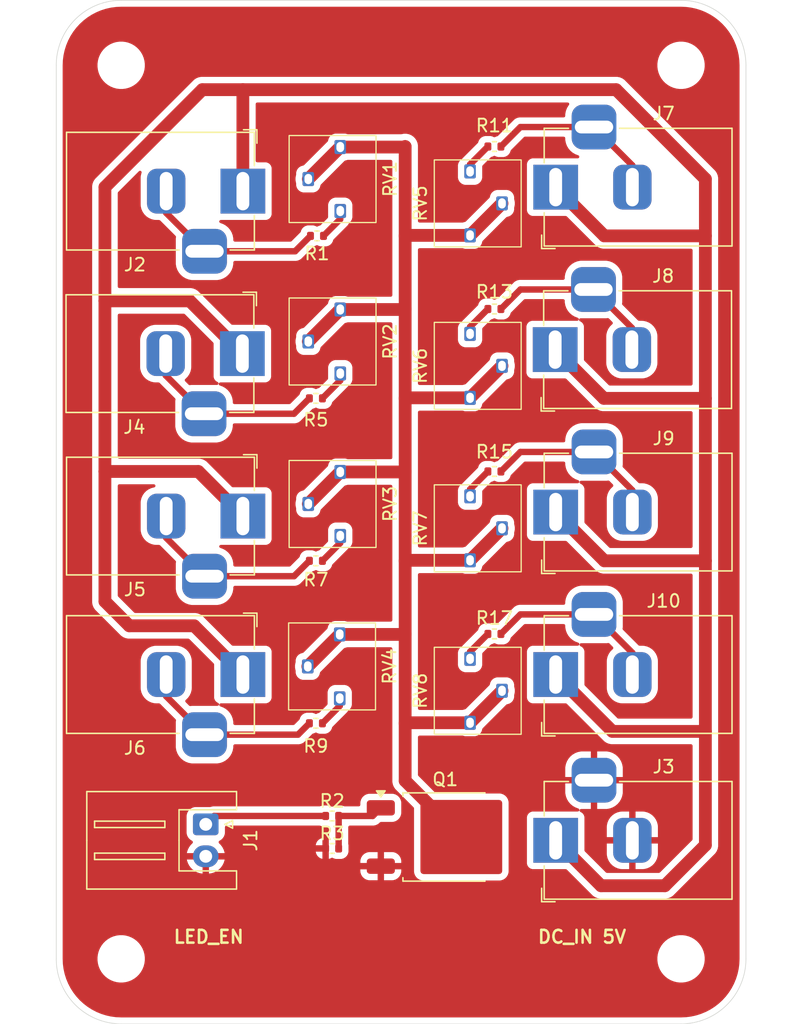
<source format=kicad_pcb>
(kicad_pcb (version 20241229) (generator "pcbnew") (generator_version "9.0")
  (layers (0 "F.Cu" signal) (2 "B.Cu" signal) (13 "F.Paste" user) (15 "B.Paste" user) (5 "F.SilkS" user "F.Silkscreen") (7 "B.SilkS" user "B.Silkscreen") (1 "F.Mask" user) (3 "B.Mask" user) (25 "Edge.Cuts" user))
  (net 0 "")
  (net 1 "GND")
  (net 2 "Net-(J1-Pin_1)")
  (net 3 "+5V")
  (net 4 "Net-(J2-Pad2)")
  (net 5 "Net-(J4-Pad2)")
  (net 6 "Net-(J5-Pad2)")
  (net 7 "Net-(J6-Pad2)")
  (net 8 "Net-(J7-Pad2)")
  (net 9 "Net-(J8-Pad2)")
  (net 10 "Net-(J9-Pad2)")
  (net 11 "Net-(J10-Pad2)")
  (net 12 "Net-(R1-Pad2)")
  (net 13 "Net-(R5-Pad2)")
  (net 14 "Net-(R7-Pad2)")
  (net 15 "Net-(R11-Pad2)")
  (net 16 "Net-(R13-Pad2)")
  (net 17 "Net-(R15-Pad2)")
  (net 18 "Net-(R17-Pad2)")
  (net 19 "Net-(R9-Pad2)")
  (net 20 "/Drain")
  (net 21 "Net-(Q1-G)")
  (footprint "MountingHole:MountingHole_3.2mm_M3" (layer "F.Cu") (at 150.495 127.635)
    (property "Reference" "REF**" (hide yes))
    (property "Value" "MountingHole_3.2mm_M3")
    (pad "" np_thru_hole circle (at 0 0) (size 3.2 3.2) (drill 3.2) (layers "*.Cu" "*.Mask"))
  )
  (footprint "Resistor_SMD:R_0402_1005Metric" (layer "F.Cu") (at 179.705 102.235 180)
    (property "Reference" "R17" (at 0 1.235 180) (layer "F.SilkS"))
    (property "Value" "30")
    (fp_line (start -0.153641 0.38) (end 0.153641 0.38) (stroke (width 0.12)) (layer "F.SilkS"))
    (fp_line (start -0.153641 -0.38) (end 0.153641 -0.38) (stroke (width 0.12)) (layer "F.SilkS"))
    (pad "1" smd roundrect (at -0.51 0 180) (size 0.54 0.64) (layers "F.Cu" "F.Mask" "F.Paste") (net 11 "Net-(J10-Pad2)"))
    (pad "2" smd roundrect (at 0.51 0 180) (size 0.54 0.64) (layers "F.Cu" "F.Mask" "F.Paste") (net 18 "Net-(R17-Pad2)"))
  )
  (footprint "GF063P:GF063P" (layer "F.Cu") (at 167.6 104.775 90)
    (property "Reference" "RV4" (at 0 3.9 90) (layer "F.SilkS"))
    (property "Value" "100" (hide yes))
    (fp_rect (start -3.4 -4) (end 3.4 2.8) (stroke (width 0.1)) (fill no) (layer "F.SilkS"))
    (pad "1" thru_hole roundrect (at -2.5 0 90) (size 1.1 0.9) (drill oval 0.8 0.6) (layers "*.Cu" "*.Mask") (roundrect_rratio 0.15) (net 19 "Net-(R9-Pad2)"))
    (pad "2" thru_hole roundrect (at 0 -2.5 90) (size 1.1 0.9) (drill oval 0.8 0.6) (layers "*.Cu" "*.Mask") (roundrect_rratio 0.15) (net 20 "/Drain"))
    (pad "3" thru_hole roundrect (at 2.5 0 90) (size 1.1 0.9) (drill oval 0.8 0.6) (layers "*.Cu" "*.Mask") (roundrect_rratio 0.15) (net 20 "/Drain"))
  )
  (footprint "Resistor_SMD:R_0402_1005Metric" (layer "F.Cu") (at 165.735 83.82)
    (property "Reference" "R5" (at 0 1.68 0) (layer "F.SilkS"))
    (property "Value" "30")
    (fp_line (start -0.153641 -0.38) (end 0.153641 -0.38) (stroke (width 0.12)) (layer "F.SilkS"))
    (fp_line (start -0.153641 0.38) (end 0.153641 0.38) (stroke (width 0.12)) (layer "F.SilkS"))
    (pad "1" smd roundrect (at -0.51 0) (size 0.54 0.64) (layers "F.Cu" "F.Mask" "F.Paste") (net 5 "Net-(J4-Pad2)"))
    (pad "2" smd roundrect (at 0.51 0) (size 0.54 0.64) (layers "F.Cu" "F.Mask" "F.Paste") (net 13 "Net-(R5-Pad2)"))
  )
  (footprint "GF063P:GF063P" (layer "F.Cu") (at 177.8 81.28 -90)
    (property "Reference" "RV6" (at 0 3.9 90) (layer "F.SilkS"))
    (property "Value" "100" (hide yes))
    (fp_rect (start -3.4 -4) (end 3.4 2.8) (stroke (width 0.1)) (fill no) (layer "F.SilkS"))
    (pad "1" thru_hole roundrect (at -2.5 0 270) (size 1.1 0.9) (drill oval 0.8 0.6) (layers "*.Cu" "*.Mask") (roundrect_rratio 0.15) (net 16 "Net-(R13-Pad2)"))
    (pad "2" thru_hole roundrect (at 0 -2.5 270) (size 1.1 0.9) (drill oval 0.8 0.6) (layers "*.Cu" "*.Mask") (roundrect_rratio 0.15) (net 20 "/Drain"))
    (pad "3" thru_hole roundrect (at 2.5 0 270) (size 1.1 0.9) (drill oval 0.8 0.6) (layers "*.Cu" "*.Mask") (roundrect_rratio 0.15) (net 20 "/Drain"))
  )
  (footprint "Resistor_SMD:R_0402_1005Metric" (layer "F.Cu") (at 179.705 64.135 180)
    (property "Reference" "R11" (at 0 1.635 180) (layer "F.SilkS"))
    (property "Value" "30")
    (fp_line (start -0.153641 0.38) (end 0.153641 0.38) (stroke (width 0.12)) (layer "F.SilkS"))
    (fp_line (start -0.153641 -0.38) (end 0.153641 -0.38) (stroke (width 0.12)) (layer "F.SilkS"))
    (pad "1" smd roundrect (at -0.51 0 180) (size 0.54 0.64) (layers "F.Cu" "F.Mask" "F.Paste") (net 8 "Net-(J7-Pad2)"))
    (pad "2" smd roundrect (at 0.51 0 180) (size 0.54 0.64) (layers "F.Cu" "F.Mask" "F.Paste") (net 15 "Net-(R11-Pad2)"))
  )
  (footprint "GF063P:GF063P" (layer "F.Cu") (at 167.64 66.675 90)
    (property "Reference" "RV1" (at 0 3.9 90) (layer "F.SilkS"))
    (property "Value" "100" (hide yes))
    (fp_rect (start -3.4 -4) (end 3.4 2.8) (stroke (width 0.1)) (fill no) (layer "F.SilkS"))
    (pad "1" thru_hole roundrect (at -2.5 0 90) (size 1.1 0.9) (drill oval 0.8 0.6) (layers "*.Cu" "*.Mask") (roundrect_rratio 0.15) (net 12 "Net-(R1-Pad2)"))
    (pad "2" thru_hole roundrect (at 0 -2.5 90) (size 1.1 0.9) (drill oval 0.8 0.6) (layers "*.Cu" "*.Mask") (roundrect_rratio 0.15) (net 20 "/Drain"))
    (pad "3" thru_hole roundrect (at 2.5 0 90) (size 1.1 0.9) (drill oval 0.8 0.6) (layers "*.Cu" "*.Mask") (roundrect_rratio 0.15) (net 20 "/Drain"))
  )
  (footprint "Resistor_SMD:R_0402_1005Metric" (layer "F.Cu") (at 165.735 96.52)
    (property "Reference" "R7" (at 0 1.48 0) (layer "F.SilkS"))
    (property "Value" "30")
    (fp_line (start -0.153641 -0.38) (end 0.153641 -0.38) (stroke (width 0.12)) (layer "F.SilkS"))
    (fp_line (start -0.153641 0.38) (end 0.153641 0.38) (stroke (width 0.12)) (layer "F.SilkS"))
    (pad "1" smd roundrect (at -0.51 0) (size 0.54 0.64) (layers "F.Cu" "F.Mask" "F.Paste") (net 6 "Net-(J5-Pad2)"))
    (pad "2" smd roundrect (at 0.51 0) (size 0.54 0.64) (layers "F.Cu" "F.Mask" "F.Paste") (net 14 "Net-(R7-Pad2)"))
  )
  (footprint "Resistor_SMD:R_0402_1005Metric" (layer "F.Cu") (at 165.82 71.12)
    (property "Reference" "R1" (at 0 1.38 0) (layer "F.SilkS"))
    (property "Value" "30")
    (fp_line (start -0.153641 -0.38) (end 0.153641 -0.38) (stroke (width 0.12)) (layer "F.SilkS"))
    (fp_line (start -0.153641 0.38) (end 0.153641 0.38) (stroke (width 0.12)) (layer "F.SilkS"))
    (pad "1" smd roundrect (at -0.51 0) (size 0.54 0.64) (layers "F.Cu" "F.Mask" "F.Paste") (net 4 "Net-(J2-Pad2)"))
    (pad "2" smd roundrect (at 0.51 0) (size 0.54 0.64) (layers "F.Cu" "F.Mask" "F.Paste") (net 12 "Net-(R1-Pad2)"))
  )
  (footprint "Connector_BarrelJack:BarrelJack_Horizontal" (layer "F.Cu") (at 160.02 67.6225)
    (property "Reference" "J2" (at -8.45 5.75 0) (layer "F.SilkS"))
    (property "Value" "Barrel_Jack_Switch")
    (fp_line (start -13.8 -4.6) (end 0.9 -4.6) (stroke (width 0.12)) (layer "F.SilkS"))
    (fp_line (start -13.8 4.6) (end -13.8 -4.6) (stroke (width 0.12)) (layer "F.SilkS"))
    (fp_line (start -5 4.6) (end -13.8 4.6) (stroke (width 0.12)) (layer "F.SilkS"))
    (fp_line (start 0.05 -4.8) (end 1.1 -4.8) (stroke (width 0.12)) (layer "F.SilkS"))
    (fp_line (start 0.9 -4.6) (end 0.9 -2) (stroke (width 0.12)) (layer "F.SilkS"))
    (fp_line (start 0.9 1.9) (end 0.9 4.6) (stroke (width 0.12)) (layer "F.SilkS"))
    (fp_line (start 0.9 4.6) (end -1 4.6) (stroke (width 0.12)) (layer "F.SilkS"))
    (fp_line (start 1.1 -3.75) (end 1.1 -4.8) (stroke (width 0.12)) (layer "F.SilkS"))
    (pad "1" thru_hole rect (at 0 0) (size 3.5 3.5) (drill oval 1 3) (layers "*.Cu" "*.Mask") (net 3 "+5V"))
    (pad "2" thru_hole roundrect (at -6 0) (size 3 3.5) (drill oval 1 3) (layers "*.Cu" "*.Mask") (net 4 "Net-(J2-Pad2)"))
    (pad "3" thru_hole roundrect (at -3 4.7) (size 3.5 3.5) (drill oval 3 1) (layers "*.Cu" "*.Mask") (net 4 "Net-(J2-Pad2)"))
  )
  (footprint "Resistor_SMD:R_0402_1005Metric" (layer "F.Cu") (at 167.005 116.465)
    (property "Reference" "R2" (at 0 -1.17 0) (layer "F.SilkS"))
    (property "Value" "100")
    (fp_line (start -0.153641 -0.38) (end 0.153641 -0.38) (stroke (width 0.12)) (layer "F.SilkS"))
    (fp_line (start -0.153641 0.38) (end 0.153641 0.38) (stroke (width 0.12)) (layer "F.SilkS"))
    (pad "1" smd roundrect (at -0.51 0) (size 0.54 0.64) (layers "F.Cu" "F.Mask" "F.Paste") (net 2 "Net-(J1-Pin_1)"))
    (pad "2" smd roundrect (at 0.51 0) (size 0.54 0.64) (layers "F.Cu" "F.Mask" "F.Paste") (net 21 "Net-(Q1-G)"))
  )
  (footprint "Package_TO_SOT_SMD:TO-252-2" (layer "F.Cu") (at 175.855 118.11)
    (property "Reference" "Q1" (at 0 -4.5 0) (layer "F.SilkS"))
    (property "Value" "Q_NMOS")
    (fp_line (start -3.31 -3.45) (end -3.31 -3.18) (stroke (width 0.12)) (layer "F.SilkS"))
    (fp_line (start -3.31 3.45) (end -3.31 3.18) (stroke (width 0.12)) (layer "F.SilkS"))
    (fp_line (start 3.11 -3.45) (end -3.31 -3.45) (stroke (width 0.12)) (layer "F.SilkS"))
    (fp_line (start 3.11 3.45) (end -3.31 3.45) (stroke (width 0.12)) (layer "F.SilkS"))
    (fp_poly (pts (xy -5.04 -3.14) (xy -5.38 -3.61) (xy -4.7 -3.61)) (stroke (width 0.12)) (fill yes) (layer "F.SilkS"))
    (pad "1" smd roundrect (at -5.04 -2.28) (size 2.2 1.2) (layers "F.Cu" "F.Mask" "F.Paste") (roundrect_rratio 0.208333) (net 21 "Net-(Q1-G)"))
    (pad "2" smd roundrect (at 1.26 0) (size 6.4 5.8) (layers "F.Cu" "F.Mask") (roundrect_rratio 0.043103) (net 20 "/Drain"))
    (pad "3" smd roundrect (at -5.04 2.28) (size 2.2 1.2) (layers "F.Cu" "F.Mask" "F.Paste") (roundrect_rratio 0.208333) (net 1 "GND"))
  )
  (footprint "Connector_BarrelJack:BarrelJack_Horizontal" (layer "F.Cu") (at 184.5 67.31 180)
    (property "Reference" "J7" (at -8.45 5.75 180) (layer "F.SilkS"))
    (property "Value" "Barrel_Jack_Switch")
    (fp_line (start 1.1 -3.75) (end 1.1 -4.8) (stroke (width 0.12)) (layer "F.SilkS"))
    (fp_line (start 0.9 4.6) (end -1 4.6) (stroke (width 0.12)) (layer "F.SilkS"))
    (fp_line (start 0.9 1.9) (end 0.9 4.6) (stroke (width 0.12)) (layer "F.SilkS"))
    (fp_line (start 0.9 -4.6) (end 0.9 -2) (stroke (width 0.12)) (layer "F.SilkS"))
    (fp_line (start 0.05 -4.8) (end 1.1 -4.8) (stroke (width 0.12)) (layer "F.SilkS"))
    (fp_line (start -5 4.6) (end -13.8 4.6) (stroke (width 0.12)) (layer "F.SilkS"))
    (fp_line (start -13.8 4.6) (end -13.8 -4.6) (stroke (width 0.12)) (layer "F.SilkS"))
    (fp_line (start -13.8 -4.6) (end 0.9 -4.6) (stroke (width 0.12)) (layer "F.SilkS"))
    (pad "1" thru_hole rect (at 0 0 180) (size 3.5 3.5) (drill oval 1 3) (layers "*.Cu" "*.Mask") (net 3 "+5V"))
    (pad "2" thru_hole roundrect (at -6 0 180) (size 3 3.5) (drill oval 1 3) (layers "*.Cu" "*.Mask") (net 8 "Net-(J7-Pad2)"))
    (pad "3" thru_hole roundrect (at -3 4.7 180) (size 3.5 3.5) (drill oval 3 1) (layers "*.Cu" "*.Mask") (net 8 "Net-(J7-Pad2)"))
  )
  (footprint "Resistor_SMD:R_0402_1005Metric" (layer "F.Cu") (at 179.705 89.535 180)
    (property "Reference" "R15" (at 0 1.535 180) (layer "F.SilkS"))
    (property "Value" "30")
    (fp_line (start -0.153641 0.38) (end 0.153641 0.38) (stroke (width 0.12)) (layer "F.SilkS"))
    (fp_line (start -0.153641 -0.38) (end 0.153641 -0.38) (stroke (width 0.12)) (layer "F.SilkS"))
    (pad "1" smd roundrect (at -0.51 0 180) (size 0.54 0.64) (layers "F.Cu" "F.Mask" "F.Paste") (net 10 "Net-(J9-Pad2)"))
    (pad "2" smd roundrect (at 0.51 0 180) (size 0.54 0.64) (layers "F.Cu" "F.Mask" "F.Paste") (net 17 "Net-(R15-Pad2)"))
  )
  (footprint "GF063P:GF063P" (layer "F.Cu") (at 177.8 93.98 -90)
    (property "Reference" "RV7" (at 0 3.9 90) (layer "F.SilkS"))
    (property "Value" "100" (hide yes))
    (fp_rect (start -3.4 -4) (end 3.4 2.8) (stroke (width 0.1)) (fill no) (layer "F.SilkS"))
    (pad "1" thru_hole roundrect (at -2.5 0 270) (size 1.1 0.9) (drill oval 0.8 0.6) (layers "*.Cu" "*.Mask") (roundrect_rratio 0.15) (net 17 "Net-(R15-Pad2)"))
    (pad "2" thru_hole roundrect (at 0 -2.5 270) (size 1.1 0.9) (drill oval 0.8 0.6) (layers "*.Cu" "*.Mask") (roundrect_rratio 0.15) (net 20 "/Drain"))
    (pad "3" thru_hole roundrect (at 2.5 0 270) (size 1.1 0.9) (drill oval 0.8 0.6) (layers "*.Cu" "*.Mask") (roundrect_rratio 0.15) (net 20 "/Drain"))
  )
  (footprint "Connector_BarrelJack:BarrelJack_Horizontal" (layer "F.Cu") (at 184.46 80.01 180)
    (property "Reference" "J8" (at -8.45 5.75 180) (layer "F.SilkS"))
    (property "Value" "Barrel_Jack_Switch")
    (fp_line (start 1.1 -3.75) (end 1.1 -4.8) (stroke (width 0.12)) (layer "F.SilkS"))
    (fp_line (start 0.9 4.6) (end -1 4.6) (stroke (width 0.12)) (layer "F.SilkS"))
    (fp_line (start 0.9 1.9) (end 0.9 4.6) (stroke (width 0.12)) (layer "F.SilkS"))
    (fp_line (start 0.9 -4.6) (end 0.9 -2) (stroke (width 0.12)) (layer "F.SilkS"))
    (fp_line (start 0.05 -4.8) (end 1.1 -4.8) (stroke (width 0.12)) (layer "F.SilkS"))
    (fp_line (start -5 4.6) (end -13.8 4.6) (stroke (width 0.12)) (layer "F.SilkS"))
    (fp_line (start -13.8 4.6) (end -13.8 -4.6) (stroke (width 0.12)) (layer "F.SilkS"))
    (fp_line (start -13.8 -4.6) (end 0.9 -4.6) (stroke (width 0.12)) (layer "F.SilkS"))
    (pad "1" thru_hole rect (at 0 0 180) (size 3.5 3.5) (drill oval 1 3) (layers "*.Cu" "*.Mask") (net 3 "+5V"))
    (pad "2" thru_hole roundrect (at -6 0 180) (size 3 3.5) (drill oval 1 3) (layers "*.Cu" "*.Mask") (net 9 "Net-(J8-Pad2)"))
    (pad "3" thru_hole roundrect (at -3 4.7 180) (size 3.5 3.5) (drill oval 3 1) (layers "*.Cu" "*.Mask") (net 9 "Net-(J8-Pad2)"))
  )
  (footprint "GF063P:GF063P" (layer "F.Cu") (at 167.64 79.375 90)
    (property "Reference" "RV2" (at 0 3.9 90) (layer "F.SilkS"))
    (property "Value" "100" (hide yes))
    (fp_rect (start -3.4 -4) (end 3.4 2.8) (stroke (width 0.1)) (fill no) (layer "F.SilkS"))
    (pad "1" thru_hole roundrect (at -2.5 0 90) (size 1.1 0.9) (drill oval 0.8 0.6) (layers "*.Cu" "*.Mask") (roundrect_rratio 0.15) (net 13 "Net-(R5-Pad2)"))
    (pad "2" thru_hole roundrect (at 0 -2.5 90) (size 1.1 0.9) (drill oval 0.8 0.6) (layers "*.Cu" "*.Mask") (roundrect_rratio 0.15) (net 20 "/Drain"))
    (pad "3" thru_hole roundrect (at 2.5 0 90) (size 1.1 0.9) (drill oval 0.8 0.6) (layers "*.Cu" "*.Mask") (roundrect_rratio 0.15) (net 20 "/Drain"))
  )
  (footprint "Connector_BarrelJack:BarrelJack_Horizontal" (layer "F.Cu") (at 160.02 105.41)
    (property "Reference" "J6" (at -8.45 5.75 0) (layer "F.SilkS"))
    (property "Value" "Barrel_Jack_Switch")
    (fp_line (start -13.8 -4.6) (end 0.9 -4.6) (stroke (width 0.12)) (layer "F.SilkS"))
    (fp_line (start -13.8 4.6) (end -13.8 -4.6) (stroke (width 0.12)) (layer "F.SilkS"))
    (fp_line (start -5 4.6) (end -13.8 4.6) (stroke (width 0.12)) (layer "F.SilkS"))
    (fp_line (start 0.05 -4.8) (end 1.1 -4.8) (stroke (width 0.12)) (layer "F.SilkS"))
    (fp_line (start 0.9 -4.6) (end 0.9 -2) (stroke (width 0.12)) (layer "F.SilkS"))
    (fp_line (start 0.9 1.9) (end 0.9 4.6) (stroke (width 0.12)) (layer "F.SilkS"))
    (fp_line (start 0.9 4.6) (end -1 4.6) (stroke (width 0.12)) (layer "F.SilkS"))
    (fp_line (start 1.1 -3.75) (end 1.1 -4.8) (stroke (width 0.12)) (layer "F.SilkS"))
    (pad "1" thru_hole rect (at 0 0) (size 3.5 3.5) (drill oval 1 3) (layers "*.Cu" "*.Mask") (net 3 "+5V"))
    (pad "2" thru_hole roundrect (at -6 0) (size 3 3.5) (drill oval 1 3) (layers "*.Cu" "*.Mask") (net 7 "Net-(J6-Pad2)"))
    (pad "3" thru_hole roundrect (at -3 4.7) (size 3.5 3.5) (drill oval 3 1) (layers "*.Cu" "*.Mask") (net 7 "Net-(J6-Pad2)"))
  )
  (footprint "GF063P:GF063P" (layer "F.Cu") (at 177.8 68.58 -90)
    (property "Reference" "RV5" (at 0 3.9 90) (layer "F.SilkS"))
    (property "Value" "100" (hide yes))
    (fp_rect (start -3.4 -4) (end 3.4 2.8) (stroke (width 0.1)) (fill no) (layer "F.SilkS"))
    (pad "1" thru_hole roundrect (at -2.5 0 270) (size 1.1 0.9) (drill oval 0.8 0.6) (layers "*.Cu" "*.Mask") (roundrect_rratio 0.15) (net 15 "Net-(R11-Pad2)"))
    (pad "2" thru_hole roundrect (at 0 -2.5 270) (size 1.1 0.9) (drill oval 0.8 0.6) (layers "*.Cu" "*.Mask") (roundrect_rratio 0.15) (net 20 "/Drain"))
    (pad "3" thru_hole roundrect (at 2.5 0 270) (size 1.1 0.9) (drill oval 0.8 0.6) (layers "*.Cu" "*.Mask") (roundrect_rratio 0.15) (net 20 "/Drain"))
  )
  (footprint "Connector_BarrelJack:BarrelJack_Horizontal" (layer "F.Cu") (at 184.5 105.41 180)
    (property "Reference" "J10" (at -8.45 5.75 180) (layer "F.SilkS"))
    (property "Value" "Barrel_Jack_Switch")
    (fp_line (start 1.1 -3.75) (end 1.1 -4.8) (stroke (width 0.12)) (layer "F.SilkS"))
    (fp_line (start 0.9 4.6) (end -1 4.6) (stroke (width 0.12)) (layer "F.SilkS"))
    (fp_line (start 0.9 1.9) (end 0.9 4.6) (stroke (width 0.12)) (layer "F.SilkS"))
    (fp_line (start 0.9 -4.6) (end 0.9 -2) (stroke (width 0.12)) (layer "F.SilkS"))
    (fp_line (start 0.05 -4.8) (end 1.1 -4.8) (stroke (width 0.12)) (layer "F.SilkS"))
    (fp_line (start -5 4.6) (end -13.8 4.6) (stroke (width 0.12)) (layer "F.SilkS"))
    (fp_line (start -13.8 4.6) (end -13.8 -4.6) (stroke (width 0.12)) (layer "F.SilkS"))
    (fp_line (start -13.8 -4.6) (end 0.9 -4.6) (stroke (width 0.12)) (layer "F.SilkS"))
    (pad "1" thru_hole rect (at 0 0 180) (size 3.5 3.5) (drill oval 1 3) (layers "*.Cu" "*.Mask") (net 3 "+5V"))
    (pad "2" thru_hole roundrect (at -6 0 180) (size 3 3.5) (drill oval 1 3) (layers "*.Cu" "*.Mask") (net 11 "Net-(J10-Pad2)"))
    (pad "3" thru_hole roundrect (at -3 4.7 180) (size 3.5 3.5) (drill oval 3 1) (layers "*.Cu" "*.Mask") (net 11 "Net-(J10-Pad2)"))
  )
  (footprint "Connector_BarrelJack:BarrelJack_Horizontal" (layer "F.Cu") (at 184.5 92.71 180)
    (property "Reference" "J9" (at -8.45 5.75 180) (layer "F.SilkS"))
    (property "Value" "Barrel_Jack_Switch")
    (fp_line (start 1.1 -3.75) (end 1.1 -4.8) (stroke (width 0.12)) (layer "F.SilkS"))
    (fp_line (start 0.9 4.6) (end -1 4.6) (stroke (width 0.12)) (layer "F.SilkS"))
    (fp_line (start 0.9 1.9) (end 0.9 4.6) (stroke (width 0.12)) (layer "F.SilkS"))
    (fp_line (start 0.9 -4.6) (end 0.9 -2) (stroke (width 0.12)) (layer "F.SilkS"))
    (fp_line (start 0.05 -4.8) (end 1.1 -4.8) (stroke (width 0.12)) (layer "F.SilkS"))
    (fp_line (start -5 4.6) (end -13.8 4.6) (stroke (width 0.12)) (layer "F.SilkS"))
    (fp_line (start -13.8 4.6) (end -13.8 -4.6) (stroke (width 0.12)) (layer "F.SilkS"))
    (fp_line (start -13.8 -4.6) (end 0.9 -4.6) (stroke (width 0.12)) (layer "F.SilkS"))
    (pad "1" thru_hole rect (at 0 0 180) (size 3.5 3.5) (drill oval 1 3) (layers "*.Cu" "*.Mask") (net 3 "+5V"))
    (pad "2" thru_hole roundrect (at -6 0 180) (size 3 3.5) (drill oval 1 3) (layers "*.Cu" "*.Mask") (net 10 "Net-(J9-Pad2)"))
    (pad "3" thru_hole roundrect (at -3 4.7 180) (size 3.5 3.5) (drill oval 3 1) (layers "*.Cu" "*.Mask") (net 10 "Net-(J9-Pad2)"))
  )
  (footprint "MountingHole:MountingHole_3.2mm_M3" (layer "F.Cu") (at 194.31 127.635)
    (property "Reference" "REF**" (hide yes))
    (property "Value" "MountingHole_3.2mm_M3")
    (pad "" np_thru_hole circle (at 0 0) (size 3.2 3.2) (drill 3.2) (layers "*.Cu" "*.Mask"))
  )
  (footprint "Connector_BarrelJack:BarrelJack_Horizontal" (layer "F.Cu") (at 184.5 118.37 180)
    (property "Reference" "J3" (at -8.45 5.75 180) (layer "F.SilkS"))
    (property "Value" "Barrel_Jack_Switch")
    (fp_line (start 1.1 -3.75) (end 1.1 -4.8) (stroke (width 0.12)) (layer "F.SilkS"))
    (fp_line (start 0.9 4.6) (end -1 4.6) (stroke (width 0.12)) (layer "F.SilkS"))
    (fp_line (start 0.9 1.9) (end 0.9 4.6) (stroke (width 0.12)) (layer "F.SilkS"))
    (fp_line (start 0.9 -4.6) (end 0.9 -2) (stroke (width 0.12)) (layer "F.SilkS"))
    (fp_line (start 0.05 -4.8) (end 1.1 -4.8) (stroke (width 0.12)) (layer "F.SilkS"))
    (fp_line (start -5 4.6) (end -13.8 4.6) (stroke (width 0.12)) (layer "F.SilkS"))
    (fp_line (start -13.8 4.6) (end -13.8 -4.6) (stroke (width 0.12)) (layer "F.SilkS"))
    (fp_line (start -13.8 -4.6) (end 0.9 -4.6) (stroke (width 0.12)) (layer "F.SilkS"))
    (pad "1" thru_hole rect (at 0 0 180) (size 3.5 3.5) (drill oval 1 3) (layers "*.Cu" "*.Mask") (net 3 "+5V"))
    (pad "2" thru_hole roundrect (at -6 0 180) (size 3 3.5) (drill oval 1 3) (layers "*.Cu" "*.Mask") (net 1 "GND"))
    (pad "3" thru_hole roundrect (at -3 4.7 180) (size 3.5 3.5) (drill oval 3 1) (layers "*.Cu" "*.Mask") (net 1 "GND"))
  )
  (footprint "Connector_BarrelJack:BarrelJack_Horizontal" (layer "F.Cu") (at 160.02 93.0225)
    (property "Reference" "J5" (at -8.45 5.75 0) (layer "F.SilkS"))
    (property "Value" "Barrel_Jack_Switch")
    (fp_line (start -13.8 -4.6) (end 0.9 -4.6) (stroke (width 0.12)) (layer "F.SilkS"))
    (fp_line (start -13.8 4.6) (end -13.8 -4.6) (stroke (width 0.12)) (layer "F.SilkS"))
    (fp_line (start -5 4.6) (end -13.8 4.6) (stroke (width 0.12)) (layer "F.SilkS"))
    (fp_line (start 0.05 -4.8) (end 1.1 -4.8) (stroke (width 0.12)) (layer "F.SilkS"))
    (fp_line (start 0.9 -4.6) (end 0.9 -2) (stroke (width 0.12)) (layer "F.SilkS"))
    (fp_line (start 0.9 1.9) (end 0.9 4.6) (stroke (width 0.12)) (layer "F.SilkS"))
    (fp_line (start 0.9 4.6) (end -1 4.6) (stroke (width 0.12)) (layer "F.SilkS"))
    (fp_line (start 1.1 -3.75) (end 1.1 -4.8) (stroke (width 0.12)) (layer "F.SilkS"))
    (pad "1" thru_hole rect (at 0 0) (size 3.5 3.5) (drill oval 1 3) (layers "*.Cu" "*.Mask") (net 3 "+5V"))
    (pad "2" thru_hole roundrect (at -6 0) (size 3 3.5) (drill oval 1 3) (layers "*.Cu" "*.Mask") (net 6 "Net-(J5-Pad2)"))
    (pad "3" thru_hole roundrect (at -3 4.7) (size 3.5 3.5) (drill oval 3 1) (layers "*.Cu" "*.Mask") (net 6 "Net-(J5-Pad2)"))
  )
  (footprint "Connector_BarrelJack:BarrelJack_Horizontal" (layer "F.Cu") (at 159.98 80.3225)
    (property "Reference" "J4" (at -8.45 5.75 0) (layer "F.SilkS"))
    (property "Value" "Barrel_Jack_Switch")
    (fp_line (start -13.8 -4.6) (end 0.9 -4.6) (stroke (width 0.12)) (layer "F.SilkS"))
    (fp_line (start -13.8 4.6) (end -13.8 -4.6) (stroke (width 0.12)) (layer "F.SilkS"))
    (fp_line (start -5 4.6) (end -13.8 4.6) (stroke (width 0.12)) (layer "F.SilkS"))
    (fp_line (start 0.05 -4.8) (end 1.1 -4.8) (stroke (width 0.12)) (layer "F.SilkS"))
    (fp_line (start 0.9 -4.6) (end 0.9 -2) (stroke (width 0.12)) (layer "F.SilkS"))
    (fp_line (start 0.9 1.9) (end 0.9 4.6) (stroke (width 0.12)) (layer "F.SilkS"))
    (fp_line (start 0.9 4.6) (end -1 4.6) (stroke (width 0.12)) (layer "F.SilkS"))
    (fp_line (start 1.1 -3.75) (end 1.1 -4.8) (stroke (width 0.12)) (layer "F.SilkS"))
    (pad "1" thru_hole rect (at 0 0) (size 3.5 3.5) (drill oval 1 3) (layers "*.Cu" "*.Mask") (net 3 "+5V"))
    (pad "2" thru_hole roundrect (at -6 0) (size 3 3.5) (drill oval 1 3) (layers "*.Cu" "*.Mask") (net 5 "Net-(J4-Pad2)"))
    (pad "3" thru_hole roundrect (at -3 4.7) (size 3.5 3.5) (drill oval 3 1) (layers "*.Cu" "*.Mask") (net 5 "Net-(J4-Pad2)"))
  )
  (footprint "Connector_JST:JST_XH_S2B-XH-A_1x02_P2.50mm_Horizontal" (layer "F.Cu") (at 157.115 117.12 -90)
    (property "Reference" "J1" (at 1.25 -3.51 270) (layer "F.SilkS"))
    (property "Value" "Conn_01x02")
    (fp_line (start -2.56 9.31) (end -2.56 -2.41) (stroke (width 0.12)) (layer "F.SilkS"))
    (fp_line (start 1.25 9.31) (end -2.56 9.31) (stroke (width 0.12)) (layer "F.SilkS"))
    (fp_line (start 1.25 9.31) (end 5.06 9.31) (stroke (width 0.12)) (layer "F.SilkS"))
    (fp_line (start 5.06 9.31) (end 5.06 -2.41) (stroke (width 0.12)) (layer "F.SilkS"))
    (fp_line (start -0.25 8.7) (end 0.25 8.7) (stroke (width 0.12)) (layer "F.SilkS"))
    (fp_line (start 0.25 8.7) (end 0.25 3.2) (stroke (width 0.12)) (layer "F.SilkS"))
    (fp_line (start 2.25 8.7) (end 2.75 8.7) (stroke (width 0.12)) (layer "F.SilkS"))
    (fp_line (start 2.75 8.7) (end 2.75 3.2) (stroke (width 0.12)) (layer "F.SilkS"))
    (fp_line (start -0.25 3.2) (end -0.25 8.7) (stroke (width 0.12)) (layer "F.SilkS"))
    (fp_line (start 0.25 3.2) (end -0.25 3.2) (stroke (width 0.12)) (layer "F.SilkS"))
    (fp_line (start 2.25 3.2) (end 2.25 8.7) (stroke (width 0.12)) (layer "F.SilkS"))
    (fp_line (start 2.75 3.2) (end 2.25 3.2) (stroke (width 0.12)) (layer "F.SilkS"))
    (fp_line (start -1.14 2.09) (end 1.25 2.09) (stroke (width 0.12)) (layer "F.SilkS"))
    (fp_line (start 3.64 2.09) (end 1.25 2.09) (stroke (width 0.12)) (layer "F.SilkS"))
    (fp_line (start 0 -1.5) (end -0.3 -2.1) (stroke (width 0.12)) (layer "F.SilkS"))
    (fp_line (start -0.3 -2.1) (end 0.3 -2.1) (stroke (width 0.12)) (layer "F.SilkS"))
    (fp_line (start 0.3 -2.1) (end 0 -1.5) (stroke (width 0.12)) (layer "F.SilkS"))
    (fp_line (start -2.56 -2.41) (end -1.14 -2.41) (stroke (width 0.12)) (layer "F.SilkS"))
    (fp_line (start -1.14 -2.41) (end -1.14 2.09) (stroke (width 0.12)) (layer "F.SilkS"))
    (fp_line (start 3.64 -2.41) (end 3.64 2.09) (stroke (width 0.12)) (layer "F.SilkS"))
    (fp_line (start 5.06 -2.41) (end 3.64 -2.41) (stroke (width 0.12)) (layer "F.SilkS"))
    (pad "1" thru_hole roundrect (at 0 0 270) (size 1.7 2) (drill 1) (layers "*.Cu" "*.Mask") (roundrect_rratio 0.147059) (net 2 "Net-(J1-Pin_1)"))
    (pad "2" thru_hole oval (at 2.5 0 270) (size 1.7 2) (drill 1) (layers "*.Cu" "*.Mask") (net 1 "GND"))
  )
  (footprint "MountingHole:MountingHole_3.2mm_M3" (layer "F.Cu") (at 194.31 57.785)
    (property "Reference" "REF**" (hide yes))
    (property "Value" "MountingHole_3.2mm_M3")
    (pad "" np_thru_hole circle (at 0 0) (size 3.2 3.2) (drill 3.2) (layers "*.Cu" "*.Mask"))
  )
  (footprint "GF063P:GF063P" (layer "F.Cu") (at 177.8 106.68 -90)
    (property "Reference" "RV8" (at 0 3.9 90) (layer "F.SilkS"))
    (property "Value" "100" (hide yes))
    (fp_rect (start -3.4 -4) (end 3.4 2.8) (stroke (width 0.1)) (fill no) (layer "F.SilkS"))
    (pad "1" thru_hole roundrect (at -2.5 0 270) (size 1.1 0.9) (drill oval 0.8 0.6) (layers "*.Cu" "*.Mask") (roundrect_rratio 0.15) (net 18 "Net-(R17-Pad2)"))
    (pad "2" thru_hole roundrect (at 0 -2.5 270) (size 1.1 0.9) (drill oval 0.8 0.6) (layers "*.Cu" "*.Mask") (roundrect_rratio 0.15) (net 20 "/Drain"))
    (pad "3" thru_hole roundrect (at 2.5 0 270) (size 1.1 0.9) (drill oval 0.8 0.6) (layers "*.Cu" "*.Mask") (roundrect_rratio 0.15) (net 20 "/Drain"))
  )
  (footprint "GF063P:GF063P" (layer "F.Cu") (at 167.64 92.075 90)
    (property "Reference" "RV3" (at 0 3.9 90) (layer "F.SilkS"))
    (property "Value" "100" (hide yes))
    (fp_rect (start -3.4 -4) (end 3.4 2.8) (stroke (width 0.1)) (fill no) (layer "F.SilkS"))
    (pad "1" thru_hole roundrect (at -2.5 0 90) (size 1.1 0.9) (drill oval 0.8 0.6) (layers "*.Cu" "*.Mask") (roundrect_rratio 0.15) (net 14 "Net-(R7-Pad2)"))
    (pad "2" thru_hole roundrect (at 0 -2.5 90) (size 1.1 0.9) (drill oval 0.8 0.6) (layers "*.Cu" "*.Mask") (roundrect_rratio 0.15) (net 20 "/Drain"))
    (pad "3" thru_hole roundrect (at 2.5 0 90) (size 1.1 0.9) (drill oval 0.8 0.6) (layers "*.Cu" "*.Mask") (roundrect_rratio 0.15) (net 20 "/Drain"))
  )
  (footprint "Resistor_SMD:R_0402_1005Metric" (layer "F.Cu") (at 167.005 119.005)
    (property "Reference" "R3" (at 0 -1.17 0) (layer "F.SilkS"))
    (property "Value" "100k")
    (fp_line (start -0.153641 -0.38) (end 0.153641 -0.38) (stroke (width 0.12)) (layer "F.SilkS"))
    (fp_line (start -0.153641 0.38) (end 0.153641 0.38) (stroke (width 0.12)) (layer "F.SilkS"))
    (pad "1" smd roundrect (at -0.51 0) (size 0.54 0.64) (layers "F.Cu" "F.Mask" "F.Paste") (net 1 "GND"))
    (pad "2" smd roundrect (at 0.51 0) (size 0.54 0.64) (layers "F.Cu" "F.Mask" "F.Paste") (net 21 "Net-(Q1-G)"))
  )
  (footprint "MountingHole:MountingHole_3.2mm_M3" (layer "F.Cu") (at 150.495 57.785)
    (property "Reference" "REF**" (hide yes))
    (property "Value" "MountingHole_3.2mm_M3")
    (pad "" np_thru_hole circle (at 0 0) (size 3.2 3.2) (drill 3.2) (layers "*.Cu" "*.Mask"))
  )
  (footprint "Resistor_SMD:R_0402_1005Metric" (layer "F.Cu") (at 179.705 76.835 180)
    (property "Reference" "R13" (at 0 1.335 180) (layer "F.SilkS"))
    (property "Value" "30")
    (fp_line (start -0.153641 0.38) (end 0.153641 0.38) (stroke (width 0.12)) (layer "F.SilkS"))
    (fp_line (start -0.153641 -0.38) (end 0.153641 -0.38) (stroke (width 0.12)) (layer "F.SilkS"))
    (pad "1" smd roundrect (at -0.51 0 180) (size 0.54 0.64) (layers "F.Cu" "F.Mask" "F.Paste") (net 9 "Net-(J8-Pad2)"))
    (pad "2" smd roundrect (at 0.51 0 180) (size 0.54 0.64) (layers "F.Cu" "F.Mask" "F.Paste") (net 16 "Net-(R13-Pad2)"))
  )
  (footprint "Resistor_SMD:R_0402_1005Metric" (layer "F.Cu") (at 165.735 109.22)
    (property "Reference" "R9" (at 0 1.78 0) (layer "F.SilkS"))
    (property "Value" "30")
    (fp_line (start -0.153641 -0.38) (end 0.153641 -0.38) (stroke (width 0.12)) (layer "F.SilkS"))
    (fp_line (start -0.153641 0.38) (end 0.153641 0.38) (stroke (width 0.12)) (layer "F.SilkS"))
    (pad "1" smd roundrect (at -0.51 0) (size 0.54 0.64) (layers "F.Cu" "F.Mask" "F.Paste") (net 7 "Net-(J6-Pad2)"))
    (pad "2" smd roundrect (at 0.51 0) (size 0.54 0.64) (layers "F.Cu" "F.Mask" "F.Paste") (net 19 "Net-(R9-Pad2)"))
  )
  (gr_line (start 194.31 52.705) (end 150.495 52.705) (stroke (width 0.05)) (layer "Edge.Cuts"))
  (gr_arc (start 194.31 52.705) (mid 197.902102 54.192898) (end 199.39 57.785) (stroke (width 0.05)) (layer "Edge.Cuts"))
  (gr_line (start 199.39 127.635) (end 199.39 57.785) (stroke (width 0.05)) (layer "Edge.Cuts"))
  (gr_arc (start 150.495 132.715) (mid 146.902898 131.227102) (end 145.415 127.635) (stroke (width 0.05)) (layer "Edge.Cuts"))
  (gr_arc (start 199.39 127.635) (mid 197.902102 131.227102) (end 194.31 132.715) (stroke (width 0.05)) (layer "Edge.Cuts"))
  (gr_line (start 150.495 132.715) (end 194.31 132.715) (stroke (width 0.05)) (layer "Edge.Cuts"))
  (gr_line (start 145.415 57.785) (end 145.415 127.635) (stroke (width 0.05)) (layer "Edge.Cuts"))
  (gr_arc (start 145.415 57.785) (mid 146.902898 54.192898) (end 150.495 52.705) (stroke (width 0.05)) (layer "Edge.Cuts"))
  (gr_text "DC_IN 5V" (at 183 126.5 0) (layer "F.SilkS") (effects (font (size 1 1) (thickness 0.2) (bold yes)) (justify left bottom)))
  (gr_text "LED_EN" (at 154.5 126.5 0) (layer "F.SilkS") (effects (font (size 1 1) (thickness 0.2) (bold yes)) (justify left bottom)))
  (segment (start 166.495 116.465) (end 157.77 116.465) (width 0.5) (layer "F.Cu") (net 2))
  (segment (start 157.77 116.465) (end 157.115 117.12) (width 0.5) (layer "F.Cu") (net 2))
  (segment (start 196.215 118.745) (end 196.215 109.855) (width 1) (layer "F.Cu") (net 3))
  (segment (start 188.945 109.855) (end 196.215 109.855) (width 1) (layer "F.Cu") (net 3))
  (segment (start 149.225 89.535) (end 149.225 99.695) (width 1) (layer "F.Cu") (net 3))
  (segment (start 188.31 96.52) (end 196.215 96.52) (width 1) (layer "F.Cu") (net 3))
  (segment (start 156.845 59.69) (end 149.225 67.31) (width 1) (layer "F.Cu") (net 3))
  (segment (start 156.21 101.6) (end 160.02 105.41) (width 1) (layer "F.Cu") (net 3))
  (segment (start 196.215 109.855) (end 196.215 96.52) (width 1) (layer "F.Cu") (net 3))
  (segment (start 149.225 76.2) (end 149.225 89.535) (width 1) (layer "F.Cu") (net 3))
  (segment (start 196.215 66.675) (end 189.23 59.69) (width 1) (layer "F.Cu") (net 3))
  (segment (start 156.5325 89.535) (end 149.225 89.535) (width 1) (layer "F.Cu") (net 3))
  (segment (start 149.225 67.31) (end 149.225 76.2) (width 1) (layer "F.Cu") (net 3))
  (segment (start 188.27 83.82) (end 196.215 83.82) (width 1) (layer "F.Cu") (net 3))
  (segment (start 160.02 67.6225) (end 160.02 59.69) (width 1) (layer "F.Cu") (net 3))
  (segment (start 188.31 71.12) (end 196.215 71.12) (width 1) (layer "F.Cu") (net 3))
  (segment (start 155.8575 76.2) (end 149.225 76.2) (width 1) (layer "F.Cu") (net 3))
  (segment (start 184.5 92.71) (end 188.31 96.52) (width 1) (layer "F.Cu") (net 3))
  (segment (start 196.215 96.52) (end 196.215 83.82) (width 1) (layer "F.Cu") (net 3))
  (segment (start 184.5 105.41) (end 188.945 109.855) (width 1) (layer "F.Cu") (net 3))
  (segment (start 184.5 118.37) (end 188.05 121.92) (width 1) (layer "F.Cu") (net 3))
  (segment (start 188.05 121.92) (end 193.04 121.92) (width 1) (layer "F.Cu") (net 3))
  (segment (start 184.5 67.31) (end 188.31 71.12) (width 1) (layer "F.Cu") (net 3))
  (segment (start 159.98 80.3225) (end 155.8575 76.2) (width 1) (layer "F.Cu") (net 3))
  (segment (start 160.02 59.69) (end 156.845 59.69) (width 1) (layer "F.Cu") (net 3))
  (segment (start 160.02 93.0225) (end 156.5325 89.535) (width 1) (layer "F.Cu") (net 3))
  (segment (start 184.46 80.01) (end 188.27 83.82) (width 1) (layer "F.Cu") (net 3))
  (segment (start 151.13 101.6) (end 156.21 101.6) (width 1) (layer "F.Cu") (net 3))
  (segment (start 196.215 83.82) (end 196.215 71.12) (width 1) (layer "F.Cu") (net 3))
  (segment (start 193.04 121.92) (end 196.215 118.745) (width 1) (layer "F.Cu") (net 3))
  (segment (start 149.225 99.695) (end 151.13 101.6) (width 1) (layer "F.Cu") (net 3))
  (segment (start 196.215 71.12) (end 196.215 66.675) (width 1) (layer "F.Cu") (net 3))
  (segment (start 189.23 59.69) (end 160.02 59.69) (width 1) (layer "F.Cu") (net 3))
  (segment (start 154.02 69.3225) (end 157.02 72.3225) (width 0.5) (layer "F.Cu") (net 4))
  (segment (start 157.02 72.3225) (end 164.1075 72.3225) (width 0.5) (layer "F.Cu") (net 4))
  (segment (start 164.1075 72.3225) (end 165.31 71.12) (width 0.5) (layer "F.Cu") (net 4))
  (segment (start 154.02 67.6225) (end 154.02 69.3225) (width 0.5) (layer "F.Cu") (net 4))
  (segment (start 156.98 85.0225) (end 164.0225 85.0225) (width 0.5) (layer "F.Cu") (net 5))
  (segment (start 153.98 82.0225) (end 156.98 85.0225) (width 0.5) (layer "F.Cu") (net 5))
  (segment (start 153.98 80.3225) (end 153.98 82.0225) (width 0.5) (layer "F.Cu") (net 5))
  (segment (start 164.0225 85.0225) (end 165.225 83.82) (width 0.5) (layer "F.Cu") (net 5))
  (segment (start 154.02 94.7225) (end 157.02 97.7225) (width 0.5) (layer "F.Cu") (net 6))
  (segment (start 154.02 93.0225) (end 154.02 94.7225) (width 0.5) (layer "F.Cu") (net 6))
  (segment (start 164.0225 97.7225) (end 165.225 96.52) (width 0.5) (layer "F.Cu") (net 6))
  (segment (start 157.02 97.7225) (end 164.0225 97.7225) (width 0.5) (layer "F.Cu") (net 6))
  (segment (start 164.335 110.11) (end 165.225 109.22) (width 0.5) (layer "F.Cu") (net 7))
  (segment (start 154.02 105.41) (end 154.02 107.11) (width 0.5) (layer "F.Cu") (net 7))
  (segment (start 157.02 110.11) (end 164.335 110.11) (width 0.5) (layer "F.Cu") (net 7))
  (segment (start 154.02 107.11) (end 157.02 110.11) (width 0.5) (layer "F.Cu") (net 7))
  (segment (start 190.5 65.61) (end 187.5 62.61) (width 0.5) (layer "F.Cu") (net 8))
  (segment (start 187.5 62.61) (end 181.74 62.61) (width 0.5) (layer "F.Cu") (net 8))
  (segment (start 181.74 62.61) (end 180.215 64.135) (width 0.5) (layer "F.Cu") (net 8))
  (segment (start 190.5 67.31) (end 190.5 65.61) (width 0.5) (layer "F.Cu") (net 8))
  (segment (start 190.46 78.31) (end 190.46 80.01) (width 0.5) (layer "F.Cu") (net 9))
  (segment (start 181.74 75.31) (end 180.215 76.835) (width 0.5) (layer "F.Cu") (net 9))
  (segment (start 187.46 75.31) (end 181.74 75.31) (width 0.5) (layer "F.Cu") (net 9))
  (segment (start 187.46 75.31) (end 190.46 78.31) (width 0.5) (layer "F.Cu") (net 9))
  (segment (start 190.5 92.71) (end 190.5 91.01) (width 0.5) (layer "F.Cu") (net 10))
  (segment (start 181.74 88.01) (end 180.215 89.535) (width 0.5) (layer "F.Cu") (net 10))
  (segment (start 190.5 91.01) (end 187.5 88.01) (width 0.5) (layer "F.Cu") (net 10))
  (segment (start 187.5 88.01) (end 181.74 88.01) (width 0.5) (layer "F.Cu") (net 10))
  (segment (start 190.5 103.71) (end 187.5 100.71) (width 0.5) (layer "F.Cu") (net 11))
  (segment (start 181.74 100.71) (end 180.215 102.235) (width 0.5) (layer "F.Cu") (net 11))
  (segment (start 187.5 100.71) (end 181.74 100.71) (width 0.5) (layer "F.Cu") (net 11))
  (segment (start 190.5 105.41) (end 190.5 103.71) (width 0.5) (layer "F.Cu") (net 11))
  (segment (start 167.64 69.175) (end 167.64 69.81) (width 0.5) (layer "F.Cu") (net 12))
  (segment (start 167.64 69.81) (end 166.33 71.12) (width 0.5) (layer "F.Cu") (net 12))
  (segment (start 167.64 81.875) (end 167.64 82.425) (width 0.5) (layer "F.Cu") (net 13))
  (segment (start 167.64 82.425) (end 166.245 83.82) (width 0.5) (layer "F.Cu") (net 13))
  (segment (start 167.64 95.125) (end 166.245 96.52) (width 0.5) (layer "F.Cu") (net 14))
  (segment (start 167.64 94.575) (end 167.64 95.125) (width 0.5) (layer "F.Cu") (net 14))
  (segment (start 177.8 65.53) (end 179.195 64.135) (width 0.5) (layer "F.Cu") (net 15))
  (segment (start 177.8 66.08) (end 177.8 65.53) (width 0.5) (layer "F.Cu") (net 15))
  (segment (start 177.8 78.78) (end 177.8 78.230001) (width 0.5) (layer "F.Cu") (net 16))
  (segment (start 177.8 78.230001) (end 179.195 76.835) (width 0.5) (layer "F.Cu") (net 16))
  (segment (start 177.8 91.48) (end 177.8 90.930001) (width 0.5) (layer "F.Cu") (net 17))
  (segment (start 177.8 90.930001) (end 179.195 89.535) (width 0.5) (layer "F.Cu") (net 17))
  (segment (start 177.8 103.63) (end 179.195 102.235) (width 0.5) (layer "F.Cu") (net 18))
  (segment (start 177.8 104.18) (end 177.8 103.63) (width 0.5) (layer "F.Cu") (net 18))
  (segment (start 167.6 107.865) (end 166.245 109.22) (width 0.5) (layer "F.Cu") (net 19))
  (segment (start 167.6 107.275) (end 167.6 107.865) (width 0.5) (layer "F.Cu") (net 19))
  (segment (start 172.72 102.235) (end 172.72 109.22) (width 1) (layer "F.Cu") (net 20))
  (segment (start 172.76 109.18) (end 172.72 109.22) (width 1) (layer "F.Cu") (net 20))
  (segment (start 167.64 76.875) (end 172.68 76.875) (width 1) (layer "F.Cu") (net 20))
  (segment (start 180.3 106.68) (end 177.8 109.18) (width 1) (layer "F.Cu") (net 20))
  (segment (start 172.72 71.12) (end 172.72 76.835) (width 1) (layer "F.Cu") (net 20))
  (segment (start 172.72 109.22) (end 172.72 113.715) (width 1) (layer "F.Cu") (net 20))
  (segment (start 172.68 102.275) (end 172.72 102.235) (width 1) (layer "F.Cu") (net 20))
  (segment (start 177.8 96.48) (end 172.76 96.48) (width 1) (layer "F.Cu") (net 20))
  (segment (start 172.72 64.135) (end 172.72 71.12) (width 1) (layer "F.Cu") (net 20))
  (segment (start 180.3 93.98) (end 177.8 96.48) (width 1) (layer "F.Cu") (net 20))
  (segment (start 165.1 104.775) (end 167.6 102.275) (width 1) (layer "F.Cu") (net 20))
  (segment (start 172.72 83.82) (end 172.72 89.535) (width 1) (layer "F.Cu") (net 20))
  (segment (start 177.8 83.78) (end 172.76 83.78) (width 1) (layer "F.Cu") (net 20))
  (segment (start 172.68 76.875) (end 172.72 76.835) (width 1) (layer "F.Cu") (net 20))
  (segment (start 172.76 71.08) (end 172.72 71.12) (width 1) (layer "F.Cu") (net 20))
  (segment (start 172.68 89.575) (end 172.72 89.535) (width 1) (layer "F.Cu") (net 20))
  (segment (start 172.72 76.835) (end 172.72 83.82) (width 1) (layer "F.Cu") (net 20))
  (segment (start 165.14 92.075) (end 167.64 89.575) (width 1) (layer "F.Cu") (net 20))
  (segment (start 177.8 71.08) (end 172.76 71.08) (width 1) (layer "F.Cu") (net 20))
  (segment (start 180.3 81.28) (end 177.8 83.78) (width 1) (layer "F.Cu") (net 20))
  (segment (start 172.72 96.52) (end 172.72 102.235) (width 1) (layer "F.Cu") (net 20))
  (segment (start 172.68 64.175) (end 172.72 64.135) (width 1) (layer "F.Cu") (net 20))
  (segment (start 167.64 89.575) (end 172.68 89.575) (width 1) (layer "F.Cu") (net 20))
  (segment (start 167.6 102.275) (end 172.68 102.275) (width 1) (layer "F.Cu") (net 20))
  (segment (start 177.8 109.18) (end 172.76 109.18) (width 1) (layer "F.Cu") (net 20))
  (segment (start 180.3 68.58) (end 177.8 71.08) (width 1) (layer "F.Cu") (net 20))
  (segment (start 167.64 64.175) (end 172.68 64.175) (width 1) (layer "F.Cu") (net 20))
  (segment (start 172.72 113.715) (end 177.115 118.11) (width 1) (layer "F.Cu") (net 20))
  (segment (start 172.76 96.48) (end 172.72 96.52) (width 1) (layer "F.Cu") (net 20))
  (segment (start 172.76 83.78) (end 172.72 83.82) (width 1) (layer "F.Cu") (net 20))
  (segment (start 165.14 79.375) (end 167.64 76.875) (width 1) (layer "F.Cu") (net 20))
  (segment (start 172.72 89.535) (end 172.72 96.52) (width 1) (layer "F.Cu") (net 20))
  (segment (start 167.64 64.175) (end 165.14 66.675) (width 1) (layer "F.Cu") (net 20))
  (segment (start 167.515 116.465) (end 170.18 116.465) (width 0.5) (layer "F.Cu") (net 21))
  (segment (start 167.515 116.465) (end 167.515 119.005) (width 0.5) (layer "F.Cu") (net 21))
  (segment (start 170.18 116.465) (end 170.815 115.83) (width 0.5) (layer "F.Cu") (net 21))
  (zone (net 1) (net_name "GND") (layer "F.Cu") (connect_pads (clearance 0.5)) (min_thickness 0.25) (fill yes (thermal_gap 0.5) (thermal_bridge_width 0.5))
    (polygon (pts (xy 199.39 132.715) (xy 199.39 52.705) (xy 145.415 52.705) (xy 145.415 132.715)))
  )
)
</source>
